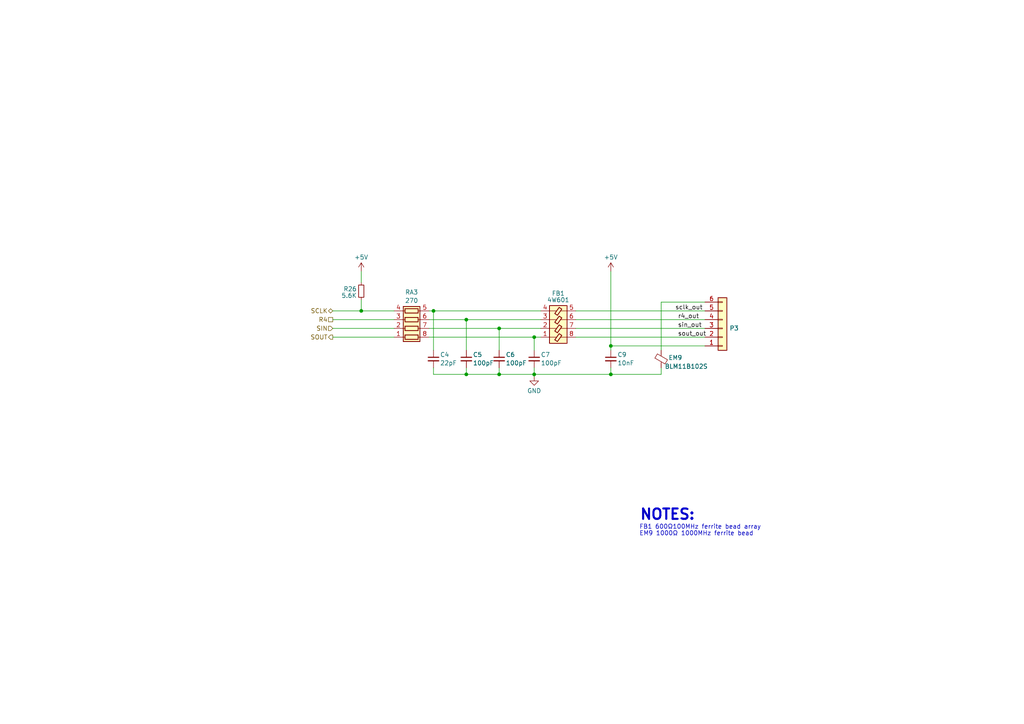
<source format=kicad_sch>
(kicad_sch (version 20231120) (generator "eeschema") (generator_version "8.0")
  (paper "A4")
  (title_block (title "CGB Reverse Engineer") (company "NatalieTheNerd.com"))
  (lib_symbols
    (symbol "CGB:FB_Pack04"
      (property "Reference" "FB" (at -7.874 0 90))
      (symbol "FB_Pack04_0_1"
        (rectangle (start -6.858 2.54) (end 4.064 -2.54) (stroke (width 0.254)) (fill (type background)))
      )
      (symbol "FB_Pack04_1_1"
        (polyline (pts (xy -5.08 -2.54) (xy -5.0799 -0.6586)))
        (polyline (pts (xy -5.08 2.54) (xy -5.08 0.6041)))
        (polyline (pts (xy -2.54 -2.54) (xy -2.5399 -0.6586)))
        (polyline (pts (xy -2.54 2.54) (xy -2.54 0.6041)))
        (polyline (pts (xy 0 -2.54) (xy 0.0001 -0.6586)))
        (polyline (pts (xy 0 2.54) (xy 0 0.6041)))
        (polyline (pts (xy 2.54 -2.54) (xy 2.5401 -0.6586)))
        (polyline (pts (xy 2.54 2.54) (xy 2.54 0.6041)))
        (polyline (pts (xy -6.35 0.254) (xy -5.842 1.016) (xy -4.064 -0.254) (xy -4.572 -1.016) (xy -6.35 0.254)) (stroke (width 0.245)))
        (polyline (pts (xy -3.81 0.254) (xy -3.302 1.016) (xy -1.524 -0.254) (xy -2.032 -1.016) (xy -3.81 0.254)) (stroke (width 0.245)))
        (polyline (pts (xy -1.27 0.254) (xy -0.762 1.016) (xy 1.016 -0.254) (xy 0.508 -1.016) (xy -1.27 0.254)) (stroke (width 0.245)))
        (polyline (pts (xy 1.27 0.254) (xy 1.778 1.016) (xy 3.556 -0.254) (xy 3.048 -1.016) (xy 1.27 0.254)) (stroke (width 0.245)))
        (pin passive line (at -5.08 5.08 270) (length 2.54) (name "") (number "1"))
        (pin passive line (at -2.54 5.08 270) (length 2.54) (name "") (number "2"))
        (pin passive line (at 0 5.08 270) (length 2.54) (name "") (number "3"))
        (pin passive line (at 2.54 5.08 270) (length 2.54) (name "") (number "4"))
        (pin passive line (at 2.54 -5.08 90) (length 2.54) (name "") (number "5"))
        (pin passive line (at 0 -5.08 90) (length 2.54) (name "") (number "6"))
        (pin passive line (at -2.54 -5.08 90) (length 2.54) (name "") (number "7"))
        (pin passive line (at -5.08 -5.08 90) (length 2.54) (name "") (number "8"))
      )
    )
    (symbol "Connector_Generic:Conn_01x06" (pin_names (offset 1.016) hide)
      (property "Reference" "J" (at 0 7.62 0))
      (property "Value" "Conn_01x06" (at 0 -10.16 0))
      (symbol "Conn_01x06_1_1"
        (rectangle (start -1.27 -7.493) (end 0 -7.747) (stroke (width 0.1524)))
        (rectangle (start -1.27 -4.953) (end 0 -5.207) (stroke (width 0.1524)))
        (rectangle (start -1.27 -2.413) (end 0 -2.667) (stroke (width 0.1524)))
        (rectangle (start -1.27 0.127) (end 0 -0.127) (stroke (width 0.1524)))
        (rectangle (start -1.27 2.667) (end 0 2.413) (stroke (width 0.1524)))
        (rectangle (start -1.27 5.207) (end 0 4.953) (stroke (width 0.1524)))
        (rectangle (start -1.27 6.35) (end 1.27 -8.89) (stroke (width 0.254)) (fill (type background)))
        (pin passive line (at -5.08 5.08 0) (length 3.81) (name "Pin_1") (number "1"))
        (pin passive line (at -5.08 2.54 0) (length 3.81) (name "Pin_2") (number "2"))
        (pin passive line (at -5.08 0 0) (length 3.81) (name "Pin_3") (number "3"))
        (pin passive line (at -5.08 -2.54 0) (length 3.81) (name "Pin_4") (number "4"))
        (pin passive line (at -5.08 -5.08 0) (length 3.81) (name "Pin_5") (number "5"))
        (pin passive line (at -5.08 -7.62 0) (length 3.81) (name "Pin_6") (number "6"))
      )
    )
    (symbol "Device:C_Small" (pin_numbers hide) (pin_names (offset 0.254) hide)
      (property "Reference" "C" (at 0.254 1.778 0))
      (property "Value" "C_Small" (at 0.254 -2.032 0))
      (symbol "C_Small_0_1"
        (polyline (pts (xy -1.524 -0.508) (xy 1.524 -0.508)) (stroke (width 0.3302)))
        (polyline (pts (xy -1.524 0.508) (xy 1.524 0.508)) (stroke (width 0.3048)))
      )
      (symbol "C_Small_1_1"
        (pin passive line (at 0 2.54 270) (length 2.032) (name "~") (number "1"))
        (pin passive line (at 0 -2.54 90) (length 2.032) (name "~") (number "2"))
      )
    )
    (symbol "Device:FerriteBead_Small" (pin_numbers hide) (pin_names (offset 0))
      (property "Reference" "FB" (at 1.905 1.27 0))
      (property "Value" "FerriteBead_Small" (at 1.905 -1.27 0))
      (symbol "FerriteBead_Small_0_1"
        (polyline (pts (xy 0 -1.27) (xy 0 -0.7874)))
        (polyline (pts (xy 0 0.889) (xy 0 1.2954)))
        (polyline (pts (xy -1.8288 0.2794) (xy -1.1176 1.4986) (xy 1.8288 -0.2032) (xy 1.1176 -1.4224) (xy -1.8288 0.2794)))
      )
      (symbol "FerriteBead_Small_1_1"
        (pin passive line (at 0 2.54 270) (length 1.27) (name "~") (number "1"))
        (pin passive line (at 0 -2.54 90) (length 1.27) (name "~") (number "2"))
      )
    )
    (symbol "Device:R_Pack04" (pin_names (offset 0) hide)
      (property "Reference" "RN" (at -7.62 0 90))
      (property "Value" "R_Pack04" (at 5.08 0 90))
      (symbol "R_Pack04_0_1"
        (rectangle (start -6.35 -2.413) (end 3.81 2.413) (stroke (width 0.254)) (fill (type background)))
        (rectangle (start -5.715 1.905) (end -4.445 -1.905) (stroke (width 0.254)))
        (rectangle (start -3.175 1.905) (end -1.905 -1.905) (stroke (width 0.254)))
        (rectangle (start -0.635 1.905) (end 0.635 -1.905) (stroke (width 0.254)))
        (polyline (pts (xy -5.08 -2.54) (xy -5.08 -1.905)))
        (polyline (pts (xy -5.08 1.905) (xy -5.08 2.54)))
        (polyline (pts (xy -2.54 -2.54) (xy -2.54 -1.905)))
        (polyline (pts (xy -2.54 1.905) (xy -2.54 2.54)))
        (polyline (pts (xy 0 -2.54) (xy 0 -1.905)))
        (polyline (pts (xy 0 1.905) (xy 0 2.54)))
        (polyline (pts (xy 2.54 -2.54) (xy 2.54 -1.905)))
        (polyline (pts (xy 2.54 1.905) (xy 2.54 2.54)))
        (rectangle (start 1.905 1.905) (end 3.175 -1.905) (stroke (width 0.254)))
      )
      (symbol "R_Pack04_1_1"
        (pin passive line (at -5.08 -5.08 90) (length 2.54) (name "R1.1") (number "1"))
        (pin passive line (at -2.54 -5.08 90) (length 2.54) (name "R2.1") (number "2"))
        (pin passive line (at 0 -5.08 90) (length 2.54) (name "R3.1") (number "3"))
        (pin passive line (at 2.54 -5.08 90) (length 2.54) (name "R4.1") (number "4"))
        (pin passive line (at 2.54 5.08 270) (length 2.54) (name "R4.2") (number "5"))
        (pin passive line (at 0 5.08 270) (length 2.54) (name "R3.2") (number "6"))
        (pin passive line (at -2.54 5.08 270) (length 2.54) (name "R2.2") (number "7"))
        (pin passive line (at -5.08 5.08 270) (length 2.54) (name "R1.2") (number "8"))
      )
    )
    (symbol "Device:R_Small" (pin_numbers hide) (pin_names (offset 0.254) hide)
      (property "Reference" "R" (at 0.762 0.508 0))
      (property "Value" "R_Small" (at 0.762 -1.016 0))
      (symbol "R_Small_0_1"
        (rectangle (start -0.762 1.778) (end 0.762 -1.778) (stroke (width 0.2032)))
      )
      (symbol "R_Small_1_1"
        (pin passive line (at 0 2.54 270) (length 0.762) (name "~") (number "1"))
        (pin passive line (at 0 -2.54 90) (length 0.762) (name "~") (number "2"))
      )
    )
    (symbol "power:+5V" (power) (pin_names (offset 0))
      (property "Value" "+5V" (at 0 3.556 0))
      (symbol "+5V_0_1"
        (polyline (pts (xy -0.762 1.27) (xy 0 2.54)))
        (polyline (pts (xy 0 0) (xy 0 2.54)))
        (polyline (pts (xy 0 2.54) (xy 0.762 1.27)))
      )
      (symbol "+5V_1_1"
        (pin power_in line (at 0 0 90) (length 0) hide (name "+5V") (number "1"))
      )
    )
    (symbol "power:GND" (power) (pin_names (offset 0))
      (property "Value" "GND" (at 0 -3.81 0))
      (symbol "GND_0_1"
        (polyline (pts (xy 0 0) (xy 0 -1.27) (xy 1.27 -1.27) (xy 0 -2.54) (xy -1.27 -1.27) (xy 0 -1.27)))
      )
      (symbol "GND_1_1"
        (pin power_in line (at 0 0 270) (length 0) hide (name "GND") (number "1"))
      )
    )
  )
  (junction (at 135.255 92.71))
  (junction (at 177.165 108.585))
  (junction (at 177.165 100.33))
  (junction (at 154.94 108.585))
  (junction (at 144.78 108.585))
  (junction (at 154.94 97.79))
  (junction (at 135.255 108.585))
  (junction (at 125.73 90.17))
  (junction (at 144.78 95.25))
  (junction (at 104.775 90.17))
  (wire (pts (xy 96.52 97.79) (xy 114.3 97.79)))
  (wire (pts (xy 125.73 90.17) (xy 156.845 90.17)))
  (wire (pts (xy 135.255 92.71) (xy 156.845 92.71)))
  (wire (pts (xy 104.775 78.74) (xy 104.775 81.915)))
  (wire (pts (xy 177.165 100.33) (xy 204.47 100.33)))
  (wire (pts (xy 177.165 78.74) (xy 177.165 100.33)))
  (wire (pts (xy 154.94 109.22) (xy 154.94 108.585)))
  (wire (pts (xy 167.005 92.71) (xy 204.47 92.71)))
  (wire (pts (xy 96.52 92.71) (xy 114.3 92.71)))
  (wire (pts (xy 124.46 92.71) (xy 135.255 92.71)))
  (wire (pts (xy 104.775 86.995) (xy 104.775 90.17)))
  (wire (pts (xy 144.78 108.585) (xy 154.94 108.585)))
  (wire (pts (xy 135.255 92.71) (xy 135.255 101.6)))
  (wire (pts (xy 154.94 97.79) (xy 156.845 97.79)))
  (wire (pts (xy 154.94 108.585) (xy 177.165 108.585)))
  (wire (pts (xy 191.77 87.63) (xy 191.77 101.6)))
  (wire (pts (xy 135.255 108.585) (xy 144.78 108.585)))
  (wire (pts (xy 144.78 108.585) (xy 144.78 106.68)))
  (wire (pts (xy 135.255 108.585) (xy 125.73 108.585)))
  (wire (pts (xy 125.73 90.17) (xy 125.73 101.6)))
  (wire (pts (xy 104.775 90.17) (xy 96.52 90.17)))
  (wire (pts (xy 144.78 101.6) (xy 144.78 95.25)))
  (wire (pts (xy 154.94 108.585) (xy 154.94 106.68)))
  (wire (pts (xy 177.165 101.6) (xy 177.165 100.33)))
  (wire (pts (xy 204.47 87.63) (xy 191.77 87.63)))
  (wire (pts (xy 167.005 95.25) (xy 204.47 95.25)))
  (wire (pts (xy 167.005 97.79) (xy 204.47 97.79)))
  (wire (pts (xy 96.52 95.25) (xy 114.3 95.25)))
  (wire (pts (xy 144.78 95.25) (xy 156.845 95.25)))
  (wire (pts (xy 135.255 108.585) (xy 135.255 106.68)))
  (wire (pts (xy 191.77 106.68) (xy 191.77 108.585)))
  (wire (pts (xy 167.005 90.17) (xy 204.47 90.17)))
  (wire (pts (xy 177.165 108.585) (xy 191.77 108.585)))
  (wire (pts (xy 124.46 97.79) (xy 154.94 97.79)))
  (wire (pts (xy 114.3 90.17) (xy 104.775 90.17)))
  (wire (pts (xy 124.46 90.17) (xy 125.73 90.17)))
  (wire (pts (xy 124.46 95.25) (xy 144.78 95.25)))
  (wire (pts (xy 154.94 101.6) (xy 154.94 97.79)))
  (wire (pts (xy 177.165 106.68) (xy 177.165 108.585)))
  (wire (pts (xy 125.73 108.585) (xy 125.73 106.68)))
  (text "EM9 1000Ω 1000MHz ferrite bead" (at 185.42 155.575 0) (effects (font (size 1.27 1.27)) (justify left bottom)))
  (text "FB1 600Ω100MHz ferrite bead array" (at 185.42 153.67 0) (effects (font (size 1.27 1.27)) (justify left bottom)))
  (text "NOTES:" (at 185.42 151.13 0) (effects (font (size 3 3) (thickness 0.6) (bold yes)) (justify left bottom)))
  (label "sin_out" (at 196.596 95.25 0))
  (label "sout_out" (at 196.596 97.79 0))
  (label "r4_out" (at 196.596 92.71 0))
  (label "sclk_out" (at 195.834 90.17 0))
  (hierarchical_label "SCLK" (shape bidirectional) (at 96.52 90.17 180))
  (hierarchical_label "SOUT" (shape output) (at 96.52 97.79 180))
  (hierarchical_label "SIN" (shape input) (at 96.52 95.25 180))
  (hierarchical_label "R4" (shape passive) (at 96.52 92.71 180))
  (symbol (lib_id "power:+5V") (at 177.165 78.74 0) (unit 1)
    (property "Reference" "#PWR015" (effects (hide yes)))
    (property "Value" "+5V" (at 177.165 74.6069 0))
  )
  (symbol (lib_id "CGB:FB_Pack04") (at 161.925 92.71 90) (unit 1)
    (property "Reference" "FB1" (at 161.925 85.09 90))
    (property "Value" "4W601" (at 161.925 86.995 90))
    (property "Footprint" "Resistor_SMD:R_Array_Concave_4x0603" (effects (hide yes)))
  )
  (symbol (lib_id "Device:C_Small") (at 154.94 104.14 0) (unit 1)
    (property "Reference" "C7" (at 156.845 102.87 0) (effects (justify left)))
    (property "Value" "100pF" (at 156.845 105.2942 0) (effects (justify left)))
    (property "Footprint" "Capacitor_SMD:C_0603_1608Metric" (effects (hide yes)))
  )
  (symbol (lib_id "Device:C_Small") (at 135.255 104.14 0) (unit 1)
    (property "Reference" "C5" (at 137.16 102.87 0) (effects (justify left)))
    (property "Value" "100pF" (at 137.16 105.2942 0) (effects (justify left)))
    (property "Footprint" "Capacitor_SMD:C_0603_1608Metric" (effects (hide yes)))
  )
  (symbol (lib_id "power:+5V") (at 104.775 78.74 0) (unit 1)
    (property "Reference" "#PWR08" (effects (hide yes)))
    (property "Value" "+5V" (at 104.775 74.6069 0))
  )
  (symbol (lib_id "Device:R_Pack04") (at 119.38 92.71 270) (mirror x) (unit 1)
    (property "Reference" "RA3" (at 119.38 84.7557 90))
    (property "Value" "270" (at 119.38 87.1799 90))
    (property "Footprint" "Resistor_SMD:R_Array_Concave_4x0603" (effects (hide yes)))
  )
  (symbol (lib_id "Device:FerriteBead_Small") (at 191.77 104.14 0) (unit 1)
    (property "Reference" "EM9" (at 195.8765 103.736 0))
    (property "Value" "BLM11B102S" (at 199.0515 106.276 0))
    (property "Footprint" "Resistor_SMD:R_0603_1608Metric" (effects (hide yes)))
  )
  (symbol (lib_id "Device:R_Small") (at 104.775 84.455 0) (unit 1)
    (property "Reference" "R26" (at 103.505 83.82 0) (effects (justify right)))
    (property "Value" "5.6K" (at 103.505 85.725 0) (effects (justify right)))
    (property "Footprint" "Resistor_SMD:R_0603_1608Metric" (effects (hide yes)))
  )
  (symbol (lib_id "Device:C_Small") (at 144.78 104.14 0) (unit 1)
    (property "Reference" "C6" (at 146.685 102.87 0) (effects (justify left)))
    (property "Value" "100pF" (at 146.685 105.2942 0) (effects (justify left)))
    (property "Footprint" "Capacitor_SMD:C_0603_1608Metric" (effects (hide yes)))
  )
  (symbol (lib_id "Device:C_Small") (at 177.165 104.14 0) (unit 1)
    (property "Reference" "C9" (at 179.07 102.87 0) (effects (justify left)))
    (property "Value" "10nF" (at 179.07 105.2942 0) (effects (justify left)))
    (property "Footprint" "Capacitor_SMD:C_0603_1608Metric" (effects (hide yes)))
  )
  (symbol (lib_id "power:GND") (at 154.94 109.22 0) (unit 1)
    (property "Reference" "#PWR014" (effects (hide yes)))
    (property "Value" "GND" (at 154.94 113.3531 0))
  )
  (symbol (lib_id "Connector_Generic:Conn_01x06") (at 209.55 95.25 0) (mirror x) (unit 1)
    (property "Reference" "P3" (at 211.582 95.1921 0) (effects (justify left)))
    (property "Value" "Conn_01x06" (effects (hide yes)))
    (property "Footprint" "CGB:Serial CGB" (effects (hide yes)))
  )
  (symbol (lib_id "Device:C_Small") (at 125.73 104.14 0) (unit 1)
    (property "Reference" "C4" (at 127.635 102.87 0) (effects (justify left)))
    (property "Value" "22pF" (at 127.635 105.2942 0) (effects (justify left)))
    (property "Footprint" "Capacitor_SMD:C_0603_1608Metric" (effects (hide yes)))
  )
)
</source>
